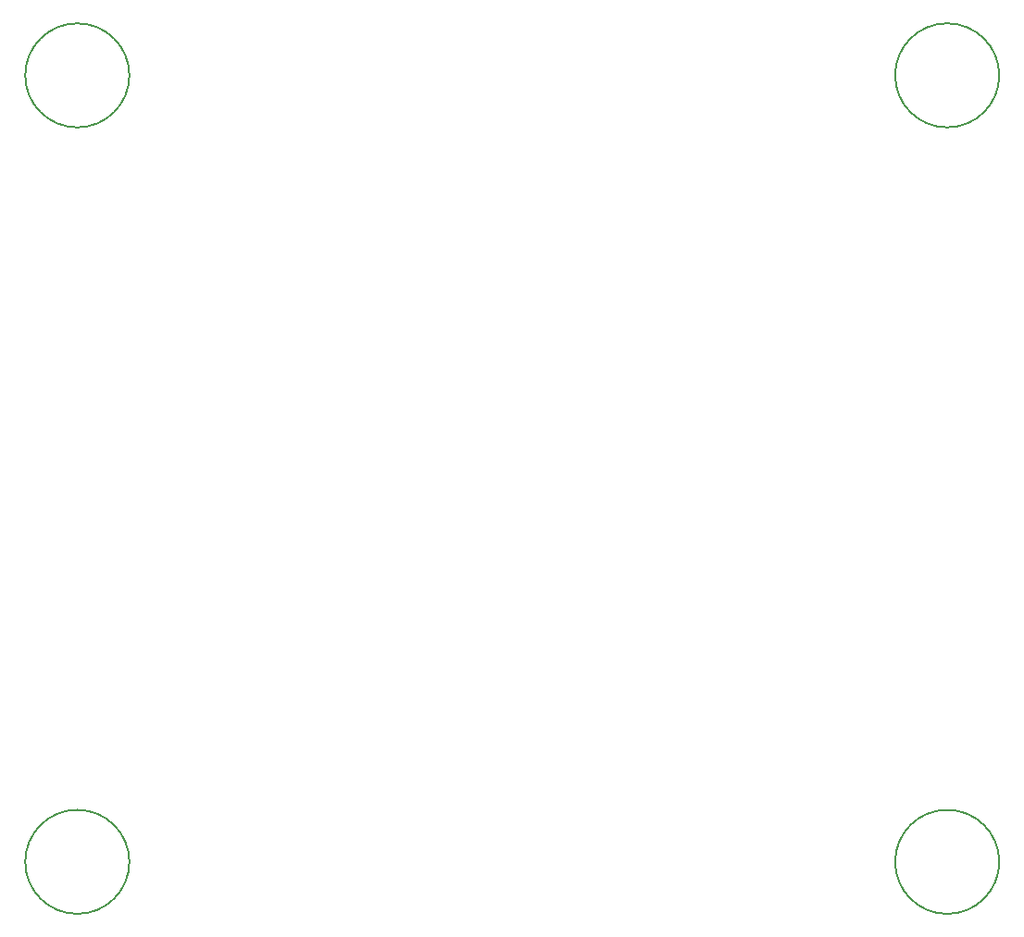
<source format=gbr>
%TF.GenerationSoftware,KiCad,Pcbnew,7.0.9*%
%TF.CreationDate,2024-08-21T19:12:35-06:00*%
%TF.ProjectId,top 40K layer,746f7020-3430-44b2-906c-617965722e6b,rev?*%
%TF.SameCoordinates,Original*%
%TF.FileFunction,Other,Comment*%
%FSLAX46Y46*%
G04 Gerber Fmt 4.6, Leading zero omitted, Abs format (unit mm)*
G04 Created by KiCad (PCBNEW 7.0.9) date 2024-08-21 19:12:35*
%MOMM*%
%LPD*%
G01*
G04 APERTURE LIST*
%ADD10C,0.150000*%
G04 APERTURE END LIST*
D10*
%TO.C,H1*%
X46537500Y-42995000D02*
G75*
G03*
X46537500Y-42995000I-4762500J0D01*
G01*
%TO.C,H2*%
X126087500Y-42995000D02*
G75*
G03*
X126087500Y-42995000I-4762500J0D01*
G01*
%TO.C,H3*%
X46537500Y-114985000D02*
G75*
G03*
X46537500Y-114985000I-4762500J0D01*
G01*
%TO.C,H4*%
X126087500Y-114985000D02*
G75*
G03*
X126087500Y-114985000I-4762500J0D01*
G01*
%TD*%
M02*

</source>
